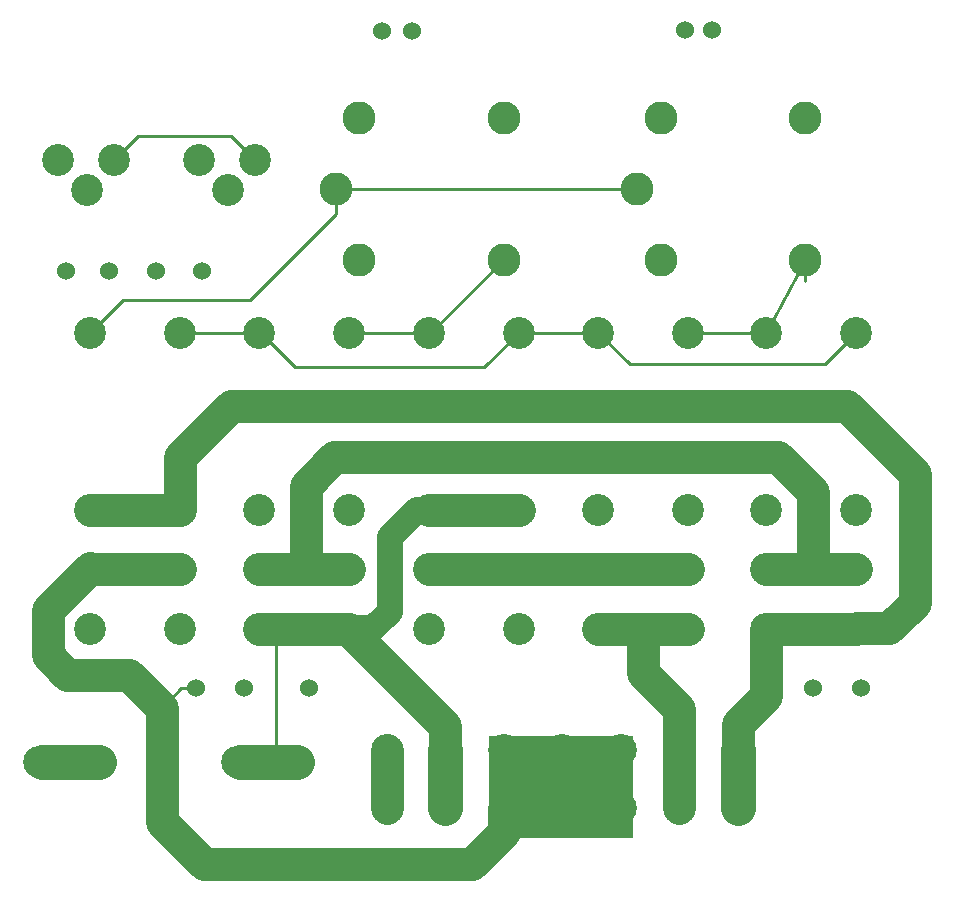
<source format=gbl>
G04 Layer: BottomLayer*
G04 EasyEDA v6.5.50, 2025-05-27 18:24:41*
G04 111ed26f3c4c43cfb17bfce727aa7961,b37a74ae5ac9402f918d5afa9d52dbed,10*
G04 Gerber Generator version 0.2*
G04 Scale: 100 percent, Rotated: No, Reflected: No *
G04 Dimensions in millimeters *
G04 leading zeros omitted , absolute positions ,4 integer and 5 decimal *
%FSLAX45Y45*%
%MOMM*%

%ADD10C,2.2000*%
%ADD11C,0.2540*%
%ADD12C,3.0000*%
%ADD13C,2.8000*%
%ADD14C,2.7940*%
%ADD15C,2.7000*%
%ADD16C,1.5240*%
%ADD17C,0.0186*%

%LPD*%
D10*
X3568700Y3302000D02*
G01*
X3467100Y3302000D01*
X3238500Y3073400D01*
X3238500Y2438400D01*
X3098800Y2298700D01*
X2900299Y2298700D01*
X2895600Y2294001D01*
D11*
X1600200Y1790700D02*
G01*
X1473200Y1790700D01*
X1308100Y1625600D01*
D12*
X774700Y1169235D02*
G01*
X292100Y1169235D01*
X2451100Y1168405D02*
G01*
X1968500Y1168405D01*
D11*
X2273300Y1257300D02*
G01*
X2273300Y2171700D01*
D13*
X1460500Y3302000D02*
G01*
X1460500Y3746500D01*
X1892300Y4178300D01*
X7112000Y4178300D01*
X7683500Y3606800D01*
X7683500Y2514600D01*
X7467600Y2298700D01*
X7193025Y2298700D01*
X7188200Y2293873D01*
D12*
X6184900Y774697D02*
G01*
X6184900Y1269997D01*
D13*
X6426200Y2293998D02*
G01*
X7188200Y2293998D01*
X5689600Y774697D02*
G01*
X5689600Y1269997D01*
X5689600Y1269997D02*
G01*
X5689600Y1612897D01*
X5384800Y1917697D01*
X5384800Y2260597D01*
X5003800Y2293998D02*
G01*
X5765800Y2293998D01*
X5003800Y2797985D02*
G01*
X5765800Y2797985D01*
X6426200Y2797985D02*
G01*
X7188200Y2797985D01*
X5003800Y2797985D02*
G01*
X3568700Y2797985D01*
X2133600Y2797985D02*
G01*
X2895600Y2797985D01*
X6822742Y2797985D02*
G01*
X6822742Y3451555D01*
X6527800Y3746497D01*
X2768600Y3746497D01*
X2527300Y3505197D01*
X2527300Y2797985D01*
X698500Y2797985D02*
G01*
X1460500Y2797985D01*
X2133600Y2293998D02*
G01*
X2895600Y2293998D01*
X4330700Y3301997D02*
G01*
X3568700Y3301997D01*
X2895600Y2293998D02*
G01*
X2895600Y2285997D01*
X3708400Y1473197D01*
X3708400Y1269997D01*
X698500Y3301997D02*
G01*
X1460500Y3301997D01*
X3213100Y1269997D02*
G01*
X3213100Y774697D01*
D12*
X3708400Y774697D02*
G01*
X3708400Y1269997D01*
D11*
X5765800Y4800597D02*
G01*
X6426200Y4800597D01*
X6755208Y5243906D02*
G01*
X6755208Y5419846D01*
X6426200Y4800597D02*
G01*
X6755129Y5419849D01*
X2895600Y4800597D02*
G01*
X3568700Y4800597D01*
X3568700Y4800597D02*
G01*
X3583254Y4800597D01*
X4202506Y5419849D01*
X4330700Y4800597D02*
G01*
X5003800Y4800597D01*
X1460500Y4800597D02*
G01*
X2133600Y4800597D01*
X2782493Y6019797D02*
G01*
X5335193Y6019797D01*
X698500Y4800597D02*
G01*
X977900Y5079997D01*
X2057400Y5079997D01*
X2782570Y5805167D01*
X2782570Y6019797D01*
X901700Y6261097D02*
G01*
X1104900Y6464297D01*
X1892300Y6464297D01*
X2095500Y6261097D01*
X4330700Y4800600D02*
G01*
X4038600Y4508500D01*
X2438400Y4508500D01*
X2146300Y4800600D01*
X7188200Y4800600D02*
G01*
X6921500Y4533900D01*
X5270500Y4533900D01*
X5003800Y4800600D01*
D13*
X6184900Y1270000D02*
G01*
X6184900Y1485900D01*
X6426200Y1727200D01*
X6426200Y2294001D01*
X4203700Y774700D02*
G01*
X4203700Y571500D01*
X3937000Y304800D01*
X1663700Y304800D01*
X1308100Y660400D01*
X1308100Y1625600D01*
X1028700Y1905000D01*
X508000Y1905000D01*
X342900Y2070100D01*
X342900Y2451100D01*
X698500Y2806700D01*
X698500Y2797987D01*
G36*
X4076700Y1384300D02*
G01*
X5295900Y1384300D01*
X5295900Y520700D01*
X4076700Y520700D01*
G37*
D14*
G01*
X6755206Y5419852D03*
G01*
X5335193Y6019800D03*
G01*
X5535193Y6619798D03*
G01*
X5535193Y5419801D03*
G01*
X6755206Y6619747D03*
G01*
X4202506Y5419852D03*
G01*
X2782493Y6019800D03*
G01*
X2982493Y6619798D03*
G01*
X2982493Y5419801D03*
G01*
X4202506Y6619747D03*
D15*
G01*
X698500Y4800600D03*
G01*
X1460500Y4800600D03*
G01*
X698500Y3302000D03*
G01*
X698500Y2797987D03*
G01*
X698500Y2294001D03*
G01*
X1460500Y2294001D03*
G01*
X1460500Y2797987D03*
G01*
X1460500Y3302000D03*
G01*
X6184900Y774700D03*
G01*
X6184900Y1270000D03*
G01*
X5689600Y774700D03*
G01*
X5689600Y1270000D03*
G01*
X5194300Y774700D03*
G01*
X5194300Y1270000D03*
G01*
X4699000Y774700D03*
G01*
X4699000Y1270000D03*
G01*
X4203700Y774700D03*
G01*
X4203700Y1270000D03*
G01*
X3708400Y1270000D03*
G01*
X3708400Y774700D03*
G01*
X3213100Y774700D03*
G01*
X3213100Y1270000D03*
G01*
X2895600Y3302000D03*
G01*
X2895600Y2797987D03*
G01*
X2895600Y2294001D03*
G01*
X2133600Y2294001D03*
G01*
X2133600Y2797987D03*
G01*
X2133600Y3302000D03*
G01*
X2895600Y4800600D03*
G01*
X2133600Y4800600D03*
G01*
X5003800Y4800600D03*
G01*
X5765800Y4800600D03*
G01*
X5003800Y3302000D03*
G01*
X5003800Y2797987D03*
G01*
X5003800Y2294001D03*
G01*
X5765800Y2294001D03*
G01*
X5765800Y2797987D03*
G01*
X5765800Y3302000D03*
G01*
X4330700Y3302000D03*
G01*
X4330700Y2797987D03*
G01*
X4330700Y2294001D03*
G01*
X3568700Y2294001D03*
G01*
X3568700Y2797987D03*
G01*
X3568700Y3302000D03*
G01*
X4330700Y4800600D03*
G01*
X3568700Y4800600D03*
G01*
X7188200Y3302000D03*
G01*
X7188200Y2797987D03*
G01*
X7188200Y2294001D03*
G01*
X6426200Y2294001D03*
G01*
X6426200Y2797987D03*
G01*
X6426200Y3302000D03*
G01*
X7188200Y4800600D03*
G01*
X6426200Y4800600D03*
G01*
X774700Y1169238D03*
G01*
X266700Y1169365D03*
G01*
X1943100Y1169238D03*
G01*
X2451100Y1168400D03*
D16*
G01*
X1600200Y1790700D03*
G01*
X2006600Y1790700D03*
D15*
G01*
X1625600Y6261100D03*
G01*
X1866900Y6007100D03*
G01*
X2095500Y6261100D03*
G01*
X901700Y6261100D03*
G01*
X673100Y6007100D03*
G01*
X431800Y6261100D03*
D16*
G01*
X6819900Y1790700D03*
G01*
X7226300Y1790700D03*
G01*
X2552700Y1790700D03*
G01*
X495300Y5321300D03*
G01*
X863600Y5321300D03*
G01*
X1257300Y5321300D03*
G01*
X1651000Y5321300D03*
G01*
X3175000Y7353300D03*
G01*
X5740400Y7366000D03*
G01*
X3429000Y7353300D03*
G01*
X5969000Y7366000D03*
M02*

</source>
